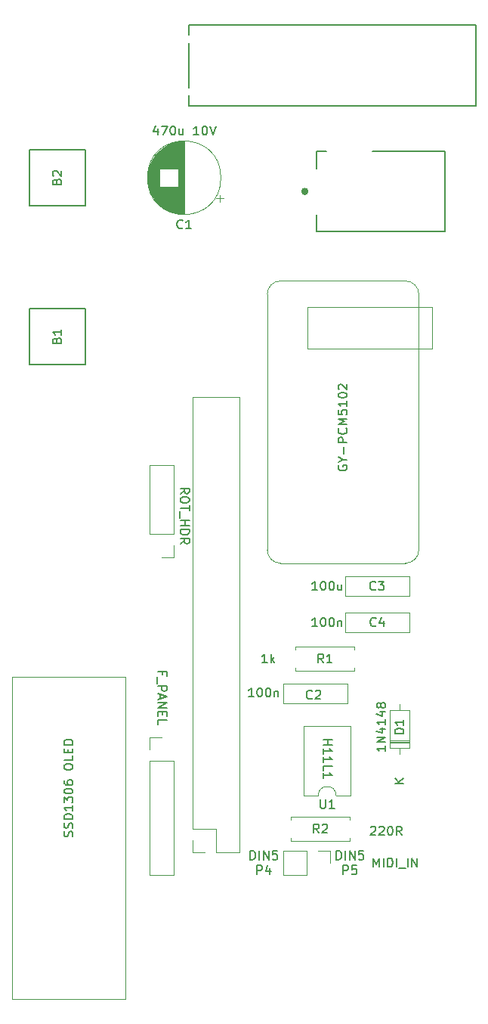
<source format=gto>
%TF.GenerationSoftware,KiCad,Pcbnew,5.99.0+really5.1.9+dfsg1-1*%
%TF.CreationDate,2021-05-08T23:27:45+10:00*%
%TF.ProjectId,minisynth32,6d696e69-7379-46e7-9468-33322e6b6963,1.0*%
%TF.SameCoordinates,Original*%
%TF.FileFunction,Legend,Top*%
%TF.FilePolarity,Positive*%
%FSLAX46Y46*%
G04 Gerber Fmt 4.6, Leading zero omitted, Abs format (unit mm)*
G04 Created by KiCad (PCBNEW 5.99.0+really5.1.9+dfsg1-1) date 2021-05-08 23:27:45*
%MOMM*%
%LPD*%
G01*
G04 APERTURE LIST*
%ADD10C,0.150000*%
%ADD11C,0.120000*%
%ADD12C,0.152400*%
%ADD13C,0.127000*%
%ADD14C,0.400000*%
G04 APERTURE END LIST*
D10*
X151662000Y-138819380D02*
X151662000Y-137819380D01*
X151900095Y-137819380D01*
X152042952Y-137867000D01*
X152138190Y-137962238D01*
X152185809Y-138057476D01*
X152233428Y-138247952D01*
X152233428Y-138390809D01*
X152185809Y-138581285D01*
X152138190Y-138676523D01*
X152042952Y-138771761D01*
X151900095Y-138819380D01*
X151662000Y-138819380D01*
X152662000Y-138819380D02*
X152662000Y-137819380D01*
X153138190Y-138819380D02*
X153138190Y-137819380D01*
X153709619Y-138819380D01*
X153709619Y-137819380D01*
X154662000Y-137819380D02*
X154185809Y-137819380D01*
X154138190Y-138295571D01*
X154185809Y-138247952D01*
X154281047Y-138200333D01*
X154519142Y-138200333D01*
X154614380Y-138247952D01*
X154662000Y-138295571D01*
X154709619Y-138390809D01*
X154709619Y-138628904D01*
X154662000Y-138724142D01*
X154614380Y-138771761D01*
X154519142Y-138819380D01*
X154281047Y-138819380D01*
X154185809Y-138771761D01*
X154138190Y-138724142D01*
X152423904Y-140469380D02*
X152423904Y-139469380D01*
X152804857Y-139469380D01*
X152900095Y-139517000D01*
X152947714Y-139564619D01*
X152995333Y-139659857D01*
X152995333Y-139802714D01*
X152947714Y-139897952D01*
X152900095Y-139945571D01*
X152804857Y-139993190D01*
X152423904Y-139993190D01*
X153900095Y-139469380D02*
X153423904Y-139469380D01*
X153376285Y-139945571D01*
X153423904Y-139897952D01*
X153519142Y-139850333D01*
X153757238Y-139850333D01*
X153852476Y-139897952D01*
X153900095Y-139945571D01*
X153947714Y-140040809D01*
X153947714Y-140278904D01*
X153900095Y-140374142D01*
X153852476Y-140421761D01*
X153757238Y-140469380D01*
X153519142Y-140469380D01*
X153423904Y-140421761D01*
X153376285Y-140374142D01*
X142010000Y-138819380D02*
X142010000Y-137819380D01*
X142248095Y-137819380D01*
X142390952Y-137867000D01*
X142486190Y-137962238D01*
X142533809Y-138057476D01*
X142581428Y-138247952D01*
X142581428Y-138390809D01*
X142533809Y-138581285D01*
X142486190Y-138676523D01*
X142390952Y-138771761D01*
X142248095Y-138819380D01*
X142010000Y-138819380D01*
X143010000Y-138819380D02*
X143010000Y-137819380D01*
X143486190Y-138819380D02*
X143486190Y-137819380D01*
X144057619Y-138819380D01*
X144057619Y-137819380D01*
X145010000Y-137819380D02*
X144533809Y-137819380D01*
X144486190Y-138295571D01*
X144533809Y-138247952D01*
X144629047Y-138200333D01*
X144867142Y-138200333D01*
X144962380Y-138247952D01*
X145010000Y-138295571D01*
X145057619Y-138390809D01*
X145057619Y-138628904D01*
X145010000Y-138724142D01*
X144962380Y-138771761D01*
X144867142Y-138819380D01*
X144629047Y-138819380D01*
X144533809Y-138771761D01*
X144486190Y-138724142D01*
X142771904Y-140469380D02*
X142771904Y-139469380D01*
X143152857Y-139469380D01*
X143248095Y-139517000D01*
X143295714Y-139564619D01*
X143343333Y-139659857D01*
X143343333Y-139802714D01*
X143295714Y-139897952D01*
X143248095Y-139945571D01*
X143152857Y-139993190D01*
X142771904Y-139993190D01*
X144200476Y-139802714D02*
X144200476Y-140469380D01*
X143962380Y-139421761D02*
X143724285Y-140136047D01*
X144343333Y-140136047D01*
D11*
%TO.C,J7*%
X115316000Y-154432000D02*
X128016000Y-154432000D01*
X115316000Y-154432000D02*
X115316000Y-118364000D01*
X115316000Y-118364000D02*
X128016000Y-118364000D01*
X128016000Y-118364000D02*
X128016000Y-154432000D01*
D12*
%TO.C,SW3*%
X123520200Y-65608200D02*
X123520200Y-59359800D01*
X123520200Y-59359800D02*
X117271800Y-59359800D01*
X117271800Y-59359800D02*
X117271800Y-65608200D01*
X117271800Y-65608200D02*
X123520200Y-65608200D01*
%TO.C,SW2*%
X167259000Y-54406800D02*
X167259000Y-45364400D01*
X167259000Y-45364400D02*
X135153400Y-45364400D01*
X135153400Y-45364400D02*
X135153400Y-46493316D01*
X135153400Y-54406800D02*
X167259000Y-54406800D01*
X135153400Y-53277884D02*
X135153400Y-54406800D01*
X135153400Y-47385084D02*
X135153400Y-52386116D01*
%TO.C,SW1*%
X123520200Y-83388200D02*
X123520200Y-77139800D01*
X123520200Y-77139800D02*
X117271800Y-77139800D01*
X117271800Y-77139800D02*
X117271800Y-83388200D01*
X117271800Y-83388200D02*
X123520200Y-83388200D01*
D11*
%TO.C,J5*%
X145736000Y-137862000D02*
X145736000Y-140522000D01*
X148336000Y-137862000D02*
X145736000Y-137862000D01*
X148336000Y-140522000D02*
X145736000Y-140522000D01*
X148336000Y-137862000D02*
X148336000Y-140522000D01*
X149606000Y-137862000D02*
X150936000Y-137862000D01*
X150936000Y-137862000D02*
X150936000Y-139192000D01*
%TO.C,J4*%
X133410000Y-94682000D02*
X130750000Y-94682000D01*
X133410000Y-102362000D02*
X133410000Y-94682000D01*
X130750000Y-102362000D02*
X130750000Y-94682000D01*
X133410000Y-102362000D02*
X130750000Y-102362000D01*
X133410000Y-103632000D02*
X133410000Y-104962000D01*
X133410000Y-104962000D02*
X132080000Y-104962000D01*
D13*
%TO.C,J3*%
X163814000Y-59508000D02*
X163814000Y-68508000D01*
X163814000Y-68508000D02*
X149414000Y-68508000D01*
X149414000Y-59508000D02*
X150564000Y-59508000D01*
X149414000Y-68508000D02*
X149414000Y-66658000D01*
X155664000Y-59508000D02*
X163814000Y-59508000D01*
X149414000Y-61458000D02*
X149414000Y-59508000D01*
D14*
X148314000Y-64008000D02*
G75*
G03*
X148314000Y-64008000I-200000J0D01*
G01*
D11*
%TO.C,J1*%
X130750000Y-140522000D02*
X133410000Y-140522000D01*
X130750000Y-127762000D02*
X130750000Y-140522000D01*
X133410000Y-127762000D02*
X133410000Y-140522000D01*
X130750000Y-127762000D02*
X133410000Y-127762000D01*
X130750000Y-126492000D02*
X130750000Y-125162000D01*
X130750000Y-125162000D02*
X132080000Y-125162000D01*
%TO.C,A1*%
X148400000Y-76935000D02*
X162400000Y-76935000D01*
X148400000Y-81635000D02*
X148400000Y-76935000D01*
X162400000Y-81635000D02*
X148400000Y-81635000D01*
X162400000Y-76935000D02*
X162400000Y-81635000D01*
X159400000Y-74035000D02*
X145400000Y-74035000D01*
X160900000Y-104135000D02*
X160900000Y-75535000D01*
X145400000Y-105635000D02*
X159400000Y-105635000D01*
X143900000Y-75535000D02*
X143900000Y-104135000D01*
X145400000Y-105635000D02*
G75*
G02*
X143900000Y-104135000I0J1500000D01*
G01*
X160900000Y-104135000D02*
G75*
G02*
X159400000Y-105635000I-1500000J0D01*
G01*
X159400000Y-74035000D02*
G75*
G02*
X160900000Y-75535000I0J-1500000D01*
G01*
X143900000Y-75535000D02*
G75*
G02*
X145400000Y-74035000I1500000J0D01*
G01*
%TO.C,U1*%
X147972000Y-131632000D02*
X149622000Y-131632000D01*
X147972000Y-123892000D02*
X147972000Y-131632000D01*
X153272000Y-123892000D02*
X147972000Y-123892000D01*
X153272000Y-131632000D02*
X153272000Y-123892000D01*
X151622000Y-131632000D02*
X153272000Y-131632000D01*
X149622000Y-131632000D02*
G75*
G02*
X151622000Y-131632000I1000000J0D01*
G01*
%TO.C,R2*%
X153130000Y-136752000D02*
X153130000Y-136422000D01*
X146590000Y-136752000D02*
X153130000Y-136752000D01*
X146590000Y-136422000D02*
X146590000Y-136752000D01*
X153130000Y-134012000D02*
X153130000Y-134342000D01*
X146590000Y-134012000D02*
X153130000Y-134012000D01*
X146590000Y-134342000D02*
X146590000Y-134012000D01*
%TO.C,R1*%
X153638000Y-117702000D02*
X153638000Y-117372000D01*
X147098000Y-117702000D02*
X153638000Y-117702000D01*
X147098000Y-117372000D02*
X147098000Y-117702000D01*
X153638000Y-114962000D02*
X153638000Y-115292000D01*
X147098000Y-114962000D02*
X153638000Y-114962000D01*
X147098000Y-115292000D02*
X147098000Y-114962000D01*
%TO.C,J2*%
X136906000Y-137982000D02*
X135576000Y-137982000D01*
X135576000Y-137982000D02*
X135576000Y-136652000D01*
X138176000Y-137982000D02*
X138176000Y-135382000D01*
X138176000Y-135382000D02*
X135576000Y-135382000D01*
X135576000Y-135382000D02*
X135576000Y-87062000D01*
X140776000Y-87062000D02*
X135576000Y-87062000D01*
X140776000Y-137982000D02*
X140776000Y-87062000D01*
X140776000Y-137982000D02*
X138176000Y-137982000D01*
%TO.C,D1*%
X157630000Y-125726000D02*
X159870000Y-125726000D01*
X157630000Y-125486000D02*
X159870000Y-125486000D01*
X157630000Y-125606000D02*
X159870000Y-125606000D01*
X158750000Y-121436000D02*
X158750000Y-122086000D01*
X158750000Y-126976000D02*
X158750000Y-126326000D01*
X157630000Y-122086000D02*
X157630000Y-126326000D01*
X159870000Y-122086000D02*
X157630000Y-122086000D01*
X159870000Y-126326000D02*
X159870000Y-122086000D01*
X157630000Y-126326000D02*
X159870000Y-126326000D01*
%TO.C,C4*%
X152630000Y-113388000D02*
X152630000Y-111148000D01*
X159870000Y-113388000D02*
X159870000Y-111148000D01*
X159870000Y-111148000D02*
X152630000Y-111148000D01*
X159870000Y-113388000D02*
X152630000Y-113388000D01*
%TO.C,C3*%
X152630000Y-109324000D02*
X152630000Y-107084000D01*
X159870000Y-109324000D02*
X159870000Y-107084000D01*
X159870000Y-107084000D02*
X152630000Y-107084000D01*
X159870000Y-109324000D02*
X152630000Y-109324000D01*
%TO.C,C2*%
X152932000Y-119102000D02*
X152932000Y-121342000D01*
X145692000Y-119102000D02*
X145692000Y-121342000D01*
X145692000Y-121342000D02*
X152932000Y-121342000D01*
X145692000Y-119102000D02*
X152932000Y-119102000D01*
%TO.C,C1*%
X138601698Y-65199000D02*
X138601698Y-64399000D01*
X139001698Y-64799000D02*
X138201698Y-64799000D01*
X130511000Y-63017000D02*
X130511000Y-61951000D01*
X130551000Y-63252000D02*
X130551000Y-61716000D01*
X130591000Y-63432000D02*
X130591000Y-61536000D01*
X130631000Y-63582000D02*
X130631000Y-61386000D01*
X130671000Y-63713000D02*
X130671000Y-61255000D01*
X130711000Y-63830000D02*
X130711000Y-61138000D01*
X130751000Y-63937000D02*
X130751000Y-61031000D01*
X130791000Y-64036000D02*
X130791000Y-60932000D01*
X130831000Y-64129000D02*
X130831000Y-60839000D01*
X130871000Y-64215000D02*
X130871000Y-60753000D01*
X130911000Y-64297000D02*
X130911000Y-60671000D01*
X130951000Y-64374000D02*
X130951000Y-60594000D01*
X130991000Y-64448000D02*
X130991000Y-60520000D01*
X131031000Y-64518000D02*
X131031000Y-60450000D01*
X131071000Y-64586000D02*
X131071000Y-60382000D01*
X131111000Y-64650000D02*
X131111000Y-60318000D01*
X131151000Y-64712000D02*
X131151000Y-60256000D01*
X131191000Y-64771000D02*
X131191000Y-60197000D01*
X131231000Y-64829000D02*
X131231000Y-60139000D01*
X131271000Y-64884000D02*
X131271000Y-60084000D01*
X131311000Y-64938000D02*
X131311000Y-60030000D01*
X131351000Y-64989000D02*
X131351000Y-59979000D01*
X131391000Y-65040000D02*
X131391000Y-59928000D01*
X131431000Y-65088000D02*
X131431000Y-59880000D01*
X131471000Y-65135000D02*
X131471000Y-59833000D01*
X131511000Y-65181000D02*
X131511000Y-59787000D01*
X131551000Y-65225000D02*
X131551000Y-59743000D01*
X131591000Y-65268000D02*
X131591000Y-59700000D01*
X131631000Y-65310000D02*
X131631000Y-59658000D01*
X131671000Y-65351000D02*
X131671000Y-59617000D01*
X131711000Y-65391000D02*
X131711000Y-59577000D01*
X131751000Y-65429000D02*
X131751000Y-59539000D01*
X131791000Y-65467000D02*
X131791000Y-59501000D01*
X131831000Y-61444000D02*
X131831000Y-59465000D01*
X131831000Y-65503000D02*
X131831000Y-63524000D01*
X131871000Y-61444000D02*
X131871000Y-59429000D01*
X131871000Y-65539000D02*
X131871000Y-63524000D01*
X131911000Y-61444000D02*
X131911000Y-59394000D01*
X131911000Y-65574000D02*
X131911000Y-63524000D01*
X131951000Y-61444000D02*
X131951000Y-59360000D01*
X131951000Y-65608000D02*
X131951000Y-63524000D01*
X131991000Y-61444000D02*
X131991000Y-59328000D01*
X131991000Y-65640000D02*
X131991000Y-63524000D01*
X132031000Y-61444000D02*
X132031000Y-59295000D01*
X132031000Y-65673000D02*
X132031000Y-63524000D01*
X132071000Y-61444000D02*
X132071000Y-59264000D01*
X132071000Y-65704000D02*
X132071000Y-63524000D01*
X132111000Y-61444000D02*
X132111000Y-59234000D01*
X132111000Y-65734000D02*
X132111000Y-63524000D01*
X132151000Y-61444000D02*
X132151000Y-59204000D01*
X132151000Y-65764000D02*
X132151000Y-63524000D01*
X132191000Y-61444000D02*
X132191000Y-59175000D01*
X132191000Y-65793000D02*
X132191000Y-63524000D01*
X132231000Y-61444000D02*
X132231000Y-59146000D01*
X132231000Y-65822000D02*
X132231000Y-63524000D01*
X132271000Y-61444000D02*
X132271000Y-59119000D01*
X132271000Y-65849000D02*
X132271000Y-63524000D01*
X132311000Y-61444000D02*
X132311000Y-59092000D01*
X132311000Y-65876000D02*
X132311000Y-63524000D01*
X132351000Y-61444000D02*
X132351000Y-59066000D01*
X132351000Y-65902000D02*
X132351000Y-63524000D01*
X132391000Y-61444000D02*
X132391000Y-59040000D01*
X132391000Y-65928000D02*
X132391000Y-63524000D01*
X132431000Y-61444000D02*
X132431000Y-59015000D01*
X132431000Y-65953000D02*
X132431000Y-63524000D01*
X132471000Y-61444000D02*
X132471000Y-58991000D01*
X132471000Y-65977000D02*
X132471000Y-63524000D01*
X132511000Y-61444000D02*
X132511000Y-58967000D01*
X132511000Y-66001000D02*
X132511000Y-63524000D01*
X132551000Y-61444000D02*
X132551000Y-58944000D01*
X132551000Y-66024000D02*
X132551000Y-63524000D01*
X132591000Y-61444000D02*
X132591000Y-58922000D01*
X132591000Y-66046000D02*
X132591000Y-63524000D01*
X132631000Y-61444000D02*
X132631000Y-58900000D01*
X132631000Y-66068000D02*
X132631000Y-63524000D01*
X132671000Y-61444000D02*
X132671000Y-58878000D01*
X132671000Y-66090000D02*
X132671000Y-63524000D01*
X132711000Y-61444000D02*
X132711000Y-58857000D01*
X132711000Y-66111000D02*
X132711000Y-63524000D01*
X132751000Y-61444000D02*
X132751000Y-58837000D01*
X132751000Y-66131000D02*
X132751000Y-63524000D01*
X132791000Y-61444000D02*
X132791000Y-58818000D01*
X132791000Y-66150000D02*
X132791000Y-63524000D01*
X132831000Y-61444000D02*
X132831000Y-58798000D01*
X132831000Y-66170000D02*
X132831000Y-63524000D01*
X132871000Y-61444000D02*
X132871000Y-58780000D01*
X132871000Y-66188000D02*
X132871000Y-63524000D01*
X132911000Y-61444000D02*
X132911000Y-58762000D01*
X132911000Y-66206000D02*
X132911000Y-63524000D01*
X132951000Y-61444000D02*
X132951000Y-58744000D01*
X132951000Y-66224000D02*
X132951000Y-63524000D01*
X132991000Y-61444000D02*
X132991000Y-58727000D01*
X132991000Y-66241000D02*
X132991000Y-63524000D01*
X133031000Y-61444000D02*
X133031000Y-58710000D01*
X133031000Y-66258000D02*
X133031000Y-63524000D01*
X133071000Y-61444000D02*
X133071000Y-58694000D01*
X133071000Y-66274000D02*
X133071000Y-63524000D01*
X133111000Y-61444000D02*
X133111000Y-58679000D01*
X133111000Y-66289000D02*
X133111000Y-63524000D01*
X133151000Y-61444000D02*
X133151000Y-58663000D01*
X133151000Y-66305000D02*
X133151000Y-63524000D01*
X133191000Y-61444000D02*
X133191000Y-58649000D01*
X133191000Y-66319000D02*
X133191000Y-63524000D01*
X133231000Y-61444000D02*
X133231000Y-58634000D01*
X133231000Y-66334000D02*
X133231000Y-63524000D01*
X133271000Y-61444000D02*
X133271000Y-58621000D01*
X133271000Y-66347000D02*
X133271000Y-63524000D01*
X133311000Y-61444000D02*
X133311000Y-58607000D01*
X133311000Y-66361000D02*
X133311000Y-63524000D01*
X133351000Y-61444000D02*
X133351000Y-58595000D01*
X133351000Y-66373000D02*
X133351000Y-63524000D01*
X133391000Y-61444000D02*
X133391000Y-58582000D01*
X133391000Y-66386000D02*
X133391000Y-63524000D01*
X133431000Y-61444000D02*
X133431000Y-58570000D01*
X133431000Y-66398000D02*
X133431000Y-63524000D01*
X133471000Y-61444000D02*
X133471000Y-58559000D01*
X133471000Y-66409000D02*
X133471000Y-63524000D01*
X133511000Y-61444000D02*
X133511000Y-58548000D01*
X133511000Y-66420000D02*
X133511000Y-63524000D01*
X133551000Y-61444000D02*
X133551000Y-58537000D01*
X133551000Y-66431000D02*
X133551000Y-63524000D01*
X133591000Y-61444000D02*
X133591000Y-58527000D01*
X133591000Y-66441000D02*
X133591000Y-63524000D01*
X133631000Y-61444000D02*
X133631000Y-58517000D01*
X133631000Y-66451000D02*
X133631000Y-63524000D01*
X133671000Y-61444000D02*
X133671000Y-58508000D01*
X133671000Y-66460000D02*
X133671000Y-63524000D01*
X133711000Y-61444000D02*
X133711000Y-58499000D01*
X133711000Y-66469000D02*
X133711000Y-63524000D01*
X133751000Y-61444000D02*
X133751000Y-58490000D01*
X133751000Y-66478000D02*
X133751000Y-63524000D01*
X133791000Y-61444000D02*
X133791000Y-58482000D01*
X133791000Y-66486000D02*
X133791000Y-63524000D01*
X133831000Y-61444000D02*
X133831000Y-58474000D01*
X133831000Y-66494000D02*
X133831000Y-63524000D01*
X133871000Y-61444000D02*
X133871000Y-58467000D01*
X133871000Y-66501000D02*
X133871000Y-63524000D01*
X133912000Y-66508000D02*
X133912000Y-58460000D01*
X133952000Y-66514000D02*
X133952000Y-58454000D01*
X133992000Y-66521000D02*
X133992000Y-58447000D01*
X134032000Y-66526000D02*
X134032000Y-58442000D01*
X134072000Y-66532000D02*
X134072000Y-58436000D01*
X134112000Y-66536000D02*
X134112000Y-58432000D01*
X134152000Y-66541000D02*
X134152000Y-58427000D01*
X134192000Y-66545000D02*
X134192000Y-58423000D01*
X134232000Y-66549000D02*
X134232000Y-58419000D01*
X134272000Y-66552000D02*
X134272000Y-58416000D01*
X134312000Y-66555000D02*
X134312000Y-58413000D01*
X134352000Y-66558000D02*
X134352000Y-58410000D01*
X134392000Y-66560000D02*
X134392000Y-58408000D01*
X134432000Y-66561000D02*
X134432000Y-58407000D01*
X134472000Y-66563000D02*
X134472000Y-58405000D01*
X134512000Y-66564000D02*
X134512000Y-58404000D01*
X134552000Y-66564000D02*
X134552000Y-58404000D01*
X134592000Y-66564000D02*
X134592000Y-58404000D01*
X138712000Y-62484000D02*
G75*
G03*
X138712000Y-62484000I-4120000J0D01*
G01*
%TO.C,J7*%
D10*
X122070761Y-136238571D02*
X122118380Y-136095714D01*
X122118380Y-135857619D01*
X122070761Y-135762380D01*
X122023142Y-135714761D01*
X121927904Y-135667142D01*
X121832666Y-135667142D01*
X121737428Y-135714761D01*
X121689809Y-135762380D01*
X121642190Y-135857619D01*
X121594571Y-136048095D01*
X121546952Y-136143333D01*
X121499333Y-136190952D01*
X121404095Y-136238571D01*
X121308857Y-136238571D01*
X121213619Y-136190952D01*
X121166000Y-136143333D01*
X121118380Y-136048095D01*
X121118380Y-135810000D01*
X121166000Y-135667142D01*
X122070761Y-135286190D02*
X122118380Y-135143333D01*
X122118380Y-134905238D01*
X122070761Y-134810000D01*
X122023142Y-134762380D01*
X121927904Y-134714761D01*
X121832666Y-134714761D01*
X121737428Y-134762380D01*
X121689809Y-134810000D01*
X121642190Y-134905238D01*
X121594571Y-135095714D01*
X121546952Y-135190952D01*
X121499333Y-135238571D01*
X121404095Y-135286190D01*
X121308857Y-135286190D01*
X121213619Y-135238571D01*
X121166000Y-135190952D01*
X121118380Y-135095714D01*
X121118380Y-134857619D01*
X121166000Y-134714761D01*
X122118380Y-134286190D02*
X121118380Y-134286190D01*
X121118380Y-134048095D01*
X121166000Y-133905238D01*
X121261238Y-133810000D01*
X121356476Y-133762380D01*
X121546952Y-133714761D01*
X121689809Y-133714761D01*
X121880285Y-133762380D01*
X121975523Y-133810000D01*
X122070761Y-133905238D01*
X122118380Y-134048095D01*
X122118380Y-134286190D01*
X122118380Y-132762380D02*
X122118380Y-133333809D01*
X122118380Y-133048095D02*
X121118380Y-133048095D01*
X121261238Y-133143333D01*
X121356476Y-133238571D01*
X121404095Y-133333809D01*
X121118380Y-132429047D02*
X121118380Y-131810000D01*
X121499333Y-132143333D01*
X121499333Y-132000476D01*
X121546952Y-131905238D01*
X121594571Y-131857619D01*
X121689809Y-131810000D01*
X121927904Y-131810000D01*
X122023142Y-131857619D01*
X122070761Y-131905238D01*
X122118380Y-132000476D01*
X122118380Y-132286190D01*
X122070761Y-132381428D01*
X122023142Y-132429047D01*
X121118380Y-131190952D02*
X121118380Y-131095714D01*
X121166000Y-131000476D01*
X121213619Y-130952857D01*
X121308857Y-130905238D01*
X121499333Y-130857619D01*
X121737428Y-130857619D01*
X121927904Y-130905238D01*
X122023142Y-130952857D01*
X122070761Y-131000476D01*
X122118380Y-131095714D01*
X122118380Y-131190952D01*
X122070761Y-131286190D01*
X122023142Y-131333809D01*
X121927904Y-131381428D01*
X121737428Y-131429047D01*
X121499333Y-131429047D01*
X121308857Y-131381428D01*
X121213619Y-131333809D01*
X121166000Y-131286190D01*
X121118380Y-131190952D01*
X121118380Y-130000476D02*
X121118380Y-130190952D01*
X121166000Y-130286190D01*
X121213619Y-130333809D01*
X121356476Y-130429047D01*
X121546952Y-130476666D01*
X121927904Y-130476666D01*
X122023142Y-130429047D01*
X122070761Y-130381428D01*
X122118380Y-130286190D01*
X122118380Y-130095714D01*
X122070761Y-130000476D01*
X122023142Y-129952857D01*
X121927904Y-129905238D01*
X121689809Y-129905238D01*
X121594571Y-129952857D01*
X121546952Y-130000476D01*
X121499333Y-130095714D01*
X121499333Y-130286190D01*
X121546952Y-130381428D01*
X121594571Y-130429047D01*
X121689809Y-130476666D01*
X121118380Y-128524285D02*
X121118380Y-128333809D01*
X121166000Y-128238571D01*
X121261238Y-128143333D01*
X121451714Y-128095714D01*
X121785047Y-128095714D01*
X121975523Y-128143333D01*
X122070761Y-128238571D01*
X122118380Y-128333809D01*
X122118380Y-128524285D01*
X122070761Y-128619523D01*
X121975523Y-128714761D01*
X121785047Y-128762380D01*
X121451714Y-128762380D01*
X121261238Y-128714761D01*
X121166000Y-128619523D01*
X121118380Y-128524285D01*
X122118380Y-127190952D02*
X122118380Y-127667142D01*
X121118380Y-127667142D01*
X121594571Y-126857619D02*
X121594571Y-126524285D01*
X122118380Y-126381428D02*
X122118380Y-126857619D01*
X121118380Y-126857619D01*
X121118380Y-126381428D01*
X122118380Y-125952857D02*
X121118380Y-125952857D01*
X121118380Y-125714761D01*
X121166000Y-125571904D01*
X121261238Y-125476666D01*
X121356476Y-125429047D01*
X121546952Y-125381428D01*
X121689809Y-125381428D01*
X121880285Y-125429047D01*
X121975523Y-125476666D01*
X122070761Y-125571904D01*
X122118380Y-125714761D01*
X122118380Y-125952857D01*
%TO.C,SW3*%
X120324571Y-62888761D02*
X120372190Y-62745904D01*
X120419809Y-62698285D01*
X120515047Y-62650666D01*
X120657904Y-62650666D01*
X120753142Y-62698285D01*
X120800761Y-62745904D01*
X120848380Y-62841142D01*
X120848380Y-63222095D01*
X119848380Y-63222095D01*
X119848380Y-62888761D01*
X119896000Y-62793523D01*
X119943619Y-62745904D01*
X120038857Y-62698285D01*
X120134095Y-62698285D01*
X120229333Y-62745904D01*
X120276952Y-62793523D01*
X120324571Y-62888761D01*
X120324571Y-63222095D01*
X119943619Y-62269714D02*
X119896000Y-62222095D01*
X119848380Y-62126857D01*
X119848380Y-61888761D01*
X119896000Y-61793523D01*
X119943619Y-61745904D01*
X120038857Y-61698285D01*
X120134095Y-61698285D01*
X120276952Y-61745904D01*
X120848380Y-62317333D01*
X120848380Y-61698285D01*
%TO.C,SW1*%
X120324571Y-80668761D02*
X120372190Y-80525904D01*
X120419809Y-80478285D01*
X120515047Y-80430666D01*
X120657904Y-80430666D01*
X120753142Y-80478285D01*
X120800761Y-80525904D01*
X120848380Y-80621142D01*
X120848380Y-81002095D01*
X119848380Y-81002095D01*
X119848380Y-80668761D01*
X119896000Y-80573523D01*
X119943619Y-80525904D01*
X120038857Y-80478285D01*
X120134095Y-80478285D01*
X120229333Y-80525904D01*
X120276952Y-80573523D01*
X120324571Y-80668761D01*
X120324571Y-81002095D01*
X120848380Y-79478285D02*
X120848380Y-80049714D01*
X120848380Y-79764000D02*
X119848380Y-79764000D01*
X119991238Y-79859238D01*
X120086476Y-79954476D01*
X120134095Y-80049714D01*
%TO.C,J5*%
X155789619Y-139644380D02*
X155789619Y-138644380D01*
X156122952Y-139358666D01*
X156456285Y-138644380D01*
X156456285Y-139644380D01*
X156932476Y-139644380D02*
X156932476Y-138644380D01*
X157408666Y-139644380D02*
X157408666Y-138644380D01*
X157646761Y-138644380D01*
X157789619Y-138692000D01*
X157884857Y-138787238D01*
X157932476Y-138882476D01*
X157980095Y-139072952D01*
X157980095Y-139215809D01*
X157932476Y-139406285D01*
X157884857Y-139501523D01*
X157789619Y-139596761D01*
X157646761Y-139644380D01*
X157408666Y-139644380D01*
X158408666Y-139644380D02*
X158408666Y-138644380D01*
X158646761Y-139739619D02*
X159408666Y-139739619D01*
X159646761Y-139644380D02*
X159646761Y-138644380D01*
X160122952Y-139644380D02*
X160122952Y-138644380D01*
X160694380Y-139644380D01*
X160694380Y-138644380D01*
%TO.C,J4*%
X134167619Y-97830000D02*
X134643809Y-97496666D01*
X134167619Y-97258571D02*
X135167619Y-97258571D01*
X135167619Y-97639523D01*
X135120000Y-97734761D01*
X135072380Y-97782380D01*
X134977142Y-97830000D01*
X134834285Y-97830000D01*
X134739047Y-97782380D01*
X134691428Y-97734761D01*
X134643809Y-97639523D01*
X134643809Y-97258571D01*
X135167619Y-98449047D02*
X135167619Y-98639523D01*
X135120000Y-98734761D01*
X135024761Y-98830000D01*
X134834285Y-98877619D01*
X134500952Y-98877619D01*
X134310476Y-98830000D01*
X134215238Y-98734761D01*
X134167619Y-98639523D01*
X134167619Y-98449047D01*
X134215238Y-98353809D01*
X134310476Y-98258571D01*
X134500952Y-98210952D01*
X134834285Y-98210952D01*
X135024761Y-98258571D01*
X135120000Y-98353809D01*
X135167619Y-98449047D01*
X135167619Y-99163333D02*
X135167619Y-99734761D01*
X134167619Y-99449047D02*
X135167619Y-99449047D01*
X134072380Y-99830000D02*
X134072380Y-100591904D01*
X134167619Y-100830000D02*
X135167619Y-100830000D01*
X134691428Y-100830000D02*
X134691428Y-101401428D01*
X134167619Y-101401428D02*
X135167619Y-101401428D01*
X134167619Y-101877619D02*
X135167619Y-101877619D01*
X135167619Y-102115714D01*
X135120000Y-102258571D01*
X135024761Y-102353809D01*
X134929523Y-102401428D01*
X134739047Y-102449047D01*
X134596190Y-102449047D01*
X134405714Y-102401428D01*
X134310476Y-102353809D01*
X134215238Y-102258571D01*
X134167619Y-102115714D01*
X134167619Y-101877619D01*
X134167619Y-103449047D02*
X134643809Y-103115714D01*
X134167619Y-102877619D02*
X135167619Y-102877619D01*
X135167619Y-103258571D01*
X135120000Y-103353809D01*
X135072380Y-103401428D01*
X134977142Y-103449047D01*
X134834285Y-103449047D01*
X134739047Y-103401428D01*
X134691428Y-103353809D01*
X134643809Y-103258571D01*
X134643809Y-102877619D01*
%TO.C,J1*%
X132151428Y-118102380D02*
X132151428Y-117769047D01*
X131627619Y-117769047D02*
X132627619Y-117769047D01*
X132627619Y-118245238D01*
X131532380Y-118388095D02*
X131532380Y-119150000D01*
X131627619Y-119388095D02*
X132627619Y-119388095D01*
X132627619Y-119769047D01*
X132580000Y-119864285D01*
X132532380Y-119911904D01*
X132437142Y-119959523D01*
X132294285Y-119959523D01*
X132199047Y-119911904D01*
X132151428Y-119864285D01*
X132103809Y-119769047D01*
X132103809Y-119388095D01*
X131913333Y-120340476D02*
X131913333Y-120816666D01*
X131627619Y-120245238D02*
X132627619Y-120578571D01*
X131627619Y-120911904D01*
X131627619Y-121245238D02*
X132627619Y-121245238D01*
X131627619Y-121816666D01*
X132627619Y-121816666D01*
X132151428Y-122292857D02*
X132151428Y-122626190D01*
X131627619Y-122769047D02*
X131627619Y-122292857D01*
X132627619Y-122292857D01*
X132627619Y-122769047D01*
X131627619Y-123673809D02*
X131627619Y-123197619D01*
X132627619Y-123197619D01*
%TO.C,A1*%
X151900000Y-94685904D02*
X151852380Y-94781142D01*
X151852380Y-94924000D01*
X151900000Y-95066857D01*
X151995238Y-95162095D01*
X152090476Y-95209714D01*
X152280952Y-95257333D01*
X152423809Y-95257333D01*
X152614285Y-95209714D01*
X152709523Y-95162095D01*
X152804761Y-95066857D01*
X152852380Y-94924000D01*
X152852380Y-94828761D01*
X152804761Y-94685904D01*
X152757142Y-94638285D01*
X152423809Y-94638285D01*
X152423809Y-94828761D01*
X152376190Y-94019238D02*
X152852380Y-94019238D01*
X151852380Y-94352571D02*
X152376190Y-94019238D01*
X151852380Y-93685904D01*
X152471428Y-93352571D02*
X152471428Y-92590666D01*
X152852380Y-92114476D02*
X151852380Y-92114476D01*
X151852380Y-91733523D01*
X151900000Y-91638285D01*
X151947619Y-91590666D01*
X152042857Y-91543047D01*
X152185714Y-91543047D01*
X152280952Y-91590666D01*
X152328571Y-91638285D01*
X152376190Y-91733523D01*
X152376190Y-92114476D01*
X152757142Y-90543047D02*
X152804761Y-90590666D01*
X152852380Y-90733523D01*
X152852380Y-90828761D01*
X152804761Y-90971619D01*
X152709523Y-91066857D01*
X152614285Y-91114476D01*
X152423809Y-91162095D01*
X152280952Y-91162095D01*
X152090476Y-91114476D01*
X151995238Y-91066857D01*
X151900000Y-90971619D01*
X151852380Y-90828761D01*
X151852380Y-90733523D01*
X151900000Y-90590666D01*
X151947619Y-90543047D01*
X152852380Y-90114476D02*
X151852380Y-90114476D01*
X152566666Y-89781142D01*
X151852380Y-89447809D01*
X152852380Y-89447809D01*
X151852380Y-88495428D02*
X151852380Y-88971619D01*
X152328571Y-89019238D01*
X152280952Y-88971619D01*
X152233333Y-88876380D01*
X152233333Y-88638285D01*
X152280952Y-88543047D01*
X152328571Y-88495428D01*
X152423809Y-88447809D01*
X152661904Y-88447809D01*
X152757142Y-88495428D01*
X152804761Y-88543047D01*
X152852380Y-88638285D01*
X152852380Y-88876380D01*
X152804761Y-88971619D01*
X152757142Y-89019238D01*
X152852380Y-87495428D02*
X152852380Y-88066857D01*
X152852380Y-87781142D02*
X151852380Y-87781142D01*
X151995238Y-87876380D01*
X152090476Y-87971619D01*
X152138095Y-88066857D01*
X151852380Y-86876380D02*
X151852380Y-86781142D01*
X151900000Y-86685904D01*
X151947619Y-86638285D01*
X152042857Y-86590666D01*
X152233333Y-86543047D01*
X152471428Y-86543047D01*
X152661904Y-86590666D01*
X152757142Y-86638285D01*
X152804761Y-86685904D01*
X152852380Y-86781142D01*
X152852380Y-86876380D01*
X152804761Y-86971619D01*
X152757142Y-87019238D01*
X152661904Y-87066857D01*
X152471428Y-87114476D01*
X152233333Y-87114476D01*
X152042857Y-87066857D01*
X151947619Y-87019238D01*
X151900000Y-86971619D01*
X151852380Y-86876380D01*
X151947619Y-86162095D02*
X151900000Y-86114476D01*
X151852380Y-86019238D01*
X151852380Y-85781142D01*
X151900000Y-85685904D01*
X151947619Y-85638285D01*
X152042857Y-85590666D01*
X152138095Y-85590666D01*
X152280952Y-85638285D01*
X152852380Y-86209714D01*
X152852380Y-85590666D01*
%TO.C,U1*%
X149860095Y-132084380D02*
X149860095Y-132893904D01*
X149907714Y-132989142D01*
X149955333Y-133036761D01*
X150050571Y-133084380D01*
X150241047Y-133084380D01*
X150336285Y-133036761D01*
X150383904Y-132989142D01*
X150431523Y-132893904D01*
X150431523Y-132084380D01*
X151431523Y-133084380D02*
X150860095Y-133084380D01*
X151145809Y-133084380D02*
X151145809Y-132084380D01*
X151050571Y-132227238D01*
X150955333Y-132322476D01*
X150860095Y-132370095D01*
X150169619Y-125388952D02*
X151169619Y-125388952D01*
X150693428Y-125388952D02*
X150693428Y-125960380D01*
X150169619Y-125960380D02*
X151169619Y-125960380D01*
X150169619Y-126960380D02*
X150169619Y-126388952D01*
X150169619Y-126674666D02*
X151169619Y-126674666D01*
X151026761Y-126579428D01*
X150931523Y-126484190D01*
X150883904Y-126388952D01*
X150169619Y-127912761D02*
X150169619Y-127341333D01*
X150169619Y-127627047D02*
X151169619Y-127627047D01*
X151026761Y-127531809D01*
X150931523Y-127436571D01*
X150883904Y-127341333D01*
X150169619Y-128817523D02*
X150169619Y-128341333D01*
X151169619Y-128341333D01*
X150169619Y-129674666D02*
X150169619Y-129103238D01*
X150169619Y-129388952D02*
X151169619Y-129388952D01*
X151026761Y-129293714D01*
X150931523Y-129198476D01*
X150883904Y-129103238D01*
%TO.C,R2*%
X149693333Y-135834380D02*
X149360000Y-135358190D01*
X149121904Y-135834380D02*
X149121904Y-134834380D01*
X149502857Y-134834380D01*
X149598095Y-134882000D01*
X149645714Y-134929619D01*
X149693333Y-135024857D01*
X149693333Y-135167714D01*
X149645714Y-135262952D01*
X149598095Y-135310571D01*
X149502857Y-135358190D01*
X149121904Y-135358190D01*
X150074285Y-134929619D02*
X150121904Y-134882000D01*
X150217142Y-134834380D01*
X150455238Y-134834380D01*
X150550476Y-134882000D01*
X150598095Y-134929619D01*
X150645714Y-135024857D01*
X150645714Y-135120095D01*
X150598095Y-135262952D01*
X150026666Y-135834380D01*
X150645714Y-135834380D01*
X155487904Y-135183619D02*
X155535523Y-135136000D01*
X155630761Y-135088380D01*
X155868857Y-135088380D01*
X155964095Y-135136000D01*
X156011714Y-135183619D01*
X156059333Y-135278857D01*
X156059333Y-135374095D01*
X156011714Y-135516952D01*
X155440285Y-136088380D01*
X156059333Y-136088380D01*
X156440285Y-135183619D02*
X156487904Y-135136000D01*
X156583142Y-135088380D01*
X156821238Y-135088380D01*
X156916476Y-135136000D01*
X156964095Y-135183619D01*
X157011714Y-135278857D01*
X157011714Y-135374095D01*
X156964095Y-135516952D01*
X156392666Y-136088380D01*
X157011714Y-136088380D01*
X157630761Y-135088380D02*
X157726000Y-135088380D01*
X157821238Y-135136000D01*
X157868857Y-135183619D01*
X157916476Y-135278857D01*
X157964095Y-135469333D01*
X157964095Y-135707428D01*
X157916476Y-135897904D01*
X157868857Y-135993142D01*
X157821238Y-136040761D01*
X157726000Y-136088380D01*
X157630761Y-136088380D01*
X157535523Y-136040761D01*
X157487904Y-135993142D01*
X157440285Y-135897904D01*
X157392666Y-135707428D01*
X157392666Y-135469333D01*
X157440285Y-135278857D01*
X157487904Y-135183619D01*
X157535523Y-135136000D01*
X157630761Y-135088380D01*
X158964095Y-136088380D02*
X158630761Y-135612190D01*
X158392666Y-136088380D02*
X158392666Y-135088380D01*
X158773619Y-135088380D01*
X158868857Y-135136000D01*
X158916476Y-135183619D01*
X158964095Y-135278857D01*
X158964095Y-135421714D01*
X158916476Y-135516952D01*
X158868857Y-135564571D01*
X158773619Y-135612190D01*
X158392666Y-135612190D01*
%TO.C,R1*%
X150201333Y-116784380D02*
X149868000Y-116308190D01*
X149629904Y-116784380D02*
X149629904Y-115784380D01*
X150010857Y-115784380D01*
X150106095Y-115832000D01*
X150153714Y-115879619D01*
X150201333Y-115974857D01*
X150201333Y-116117714D01*
X150153714Y-116212952D01*
X150106095Y-116260571D01*
X150010857Y-116308190D01*
X149629904Y-116308190D01*
X151153714Y-116784380D02*
X150582285Y-116784380D01*
X150868000Y-116784380D02*
X150868000Y-115784380D01*
X150772761Y-115927238D01*
X150677523Y-116022476D01*
X150582285Y-116070095D01*
X143898952Y-116784380D02*
X143327523Y-116784380D01*
X143613238Y-116784380D02*
X143613238Y-115784380D01*
X143518000Y-115927238D01*
X143422761Y-116022476D01*
X143327523Y-116070095D01*
X144327523Y-116784380D02*
X144327523Y-115784380D01*
X144422761Y-116403428D02*
X144708476Y-116784380D01*
X144708476Y-116117714D02*
X144327523Y-116498666D01*
%TO.C,D1*%
X159202380Y-124690095D02*
X158202380Y-124690095D01*
X158202380Y-124452000D01*
X158250000Y-124309142D01*
X158345238Y-124213904D01*
X158440476Y-124166285D01*
X158630952Y-124118666D01*
X158773809Y-124118666D01*
X158964285Y-124166285D01*
X159059523Y-124213904D01*
X159154761Y-124309142D01*
X159202380Y-124452000D01*
X159202380Y-124690095D01*
X159202380Y-123166285D02*
X159202380Y-123737714D01*
X159202380Y-123452000D02*
X158202380Y-123452000D01*
X158345238Y-123547238D01*
X158440476Y-123642476D01*
X158488095Y-123737714D01*
X157170380Y-126094857D02*
X157170380Y-126666285D01*
X157170380Y-126380571D02*
X156170380Y-126380571D01*
X156313238Y-126475809D01*
X156408476Y-126571047D01*
X156456095Y-126666285D01*
X157170380Y-125666285D02*
X156170380Y-125666285D01*
X157170380Y-125094857D01*
X156170380Y-125094857D01*
X156503714Y-124190095D02*
X157170380Y-124190095D01*
X156122761Y-124428190D02*
X156837047Y-124666285D01*
X156837047Y-124047238D01*
X157170380Y-123142476D02*
X157170380Y-123713904D01*
X157170380Y-123428190D02*
X156170380Y-123428190D01*
X156313238Y-123523428D01*
X156408476Y-123618666D01*
X156456095Y-123713904D01*
X156503714Y-122285333D02*
X157170380Y-122285333D01*
X156122761Y-122523428D02*
X156837047Y-122761523D01*
X156837047Y-122142476D01*
X156598952Y-121618666D02*
X156551333Y-121713904D01*
X156503714Y-121761523D01*
X156408476Y-121809142D01*
X156360857Y-121809142D01*
X156265619Y-121761523D01*
X156218000Y-121713904D01*
X156170380Y-121618666D01*
X156170380Y-121428190D01*
X156218000Y-121332952D01*
X156265619Y-121285333D01*
X156360857Y-121237714D01*
X156408476Y-121237714D01*
X156503714Y-121285333D01*
X156551333Y-121332952D01*
X156598952Y-121428190D01*
X156598952Y-121618666D01*
X156646571Y-121713904D01*
X156694190Y-121761523D01*
X156789428Y-121809142D01*
X156979904Y-121809142D01*
X157075142Y-121761523D01*
X157122761Y-121713904D01*
X157170380Y-121618666D01*
X157170380Y-121428190D01*
X157122761Y-121332952D01*
X157075142Y-121285333D01*
X156979904Y-121237714D01*
X156789428Y-121237714D01*
X156694190Y-121285333D01*
X156646571Y-121332952D01*
X156598952Y-121428190D01*
X159202380Y-130309904D02*
X158202380Y-130309904D01*
X159202380Y-129738476D02*
X158630952Y-130167047D01*
X158202380Y-129738476D02*
X158773809Y-130309904D01*
%TO.C,C4*%
X156083333Y-112625142D02*
X156035714Y-112672761D01*
X155892857Y-112720380D01*
X155797619Y-112720380D01*
X155654761Y-112672761D01*
X155559523Y-112577523D01*
X155511904Y-112482285D01*
X155464285Y-112291809D01*
X155464285Y-112148952D01*
X155511904Y-111958476D01*
X155559523Y-111863238D01*
X155654761Y-111768000D01*
X155797619Y-111720380D01*
X155892857Y-111720380D01*
X156035714Y-111768000D01*
X156083333Y-111815619D01*
X156940476Y-112053714D02*
X156940476Y-112720380D01*
X156702380Y-111672761D02*
X156464285Y-112387047D01*
X157083333Y-112387047D01*
X149502952Y-112720380D02*
X148931523Y-112720380D01*
X149217238Y-112720380D02*
X149217238Y-111720380D01*
X149122000Y-111863238D01*
X149026761Y-111958476D01*
X148931523Y-112006095D01*
X150122000Y-111720380D02*
X150217238Y-111720380D01*
X150312476Y-111768000D01*
X150360095Y-111815619D01*
X150407714Y-111910857D01*
X150455333Y-112101333D01*
X150455333Y-112339428D01*
X150407714Y-112529904D01*
X150360095Y-112625142D01*
X150312476Y-112672761D01*
X150217238Y-112720380D01*
X150122000Y-112720380D01*
X150026761Y-112672761D01*
X149979142Y-112625142D01*
X149931523Y-112529904D01*
X149883904Y-112339428D01*
X149883904Y-112101333D01*
X149931523Y-111910857D01*
X149979142Y-111815619D01*
X150026761Y-111768000D01*
X150122000Y-111720380D01*
X151074380Y-111720380D02*
X151169619Y-111720380D01*
X151264857Y-111768000D01*
X151312476Y-111815619D01*
X151360095Y-111910857D01*
X151407714Y-112101333D01*
X151407714Y-112339428D01*
X151360095Y-112529904D01*
X151312476Y-112625142D01*
X151264857Y-112672761D01*
X151169619Y-112720380D01*
X151074380Y-112720380D01*
X150979142Y-112672761D01*
X150931523Y-112625142D01*
X150883904Y-112529904D01*
X150836285Y-112339428D01*
X150836285Y-112101333D01*
X150883904Y-111910857D01*
X150931523Y-111815619D01*
X150979142Y-111768000D01*
X151074380Y-111720380D01*
X151836285Y-112053714D02*
X151836285Y-112720380D01*
X151836285Y-112148952D02*
X151883904Y-112101333D01*
X151979142Y-112053714D01*
X152122000Y-112053714D01*
X152217238Y-112101333D01*
X152264857Y-112196571D01*
X152264857Y-112720380D01*
%TO.C,C3*%
X156043333Y-108561142D02*
X155995714Y-108608761D01*
X155852857Y-108656380D01*
X155757619Y-108656380D01*
X155614761Y-108608761D01*
X155519523Y-108513523D01*
X155471904Y-108418285D01*
X155424285Y-108227809D01*
X155424285Y-108084952D01*
X155471904Y-107894476D01*
X155519523Y-107799238D01*
X155614761Y-107704000D01*
X155757619Y-107656380D01*
X155852857Y-107656380D01*
X155995714Y-107704000D01*
X156043333Y-107751619D01*
X156376666Y-107656380D02*
X156995714Y-107656380D01*
X156662380Y-108037333D01*
X156805238Y-108037333D01*
X156900476Y-108084952D01*
X156948095Y-108132571D01*
X156995714Y-108227809D01*
X156995714Y-108465904D01*
X156948095Y-108561142D01*
X156900476Y-108608761D01*
X156805238Y-108656380D01*
X156519523Y-108656380D01*
X156424285Y-108608761D01*
X156376666Y-108561142D01*
X149502952Y-108656380D02*
X148931523Y-108656380D01*
X149217238Y-108656380D02*
X149217238Y-107656380D01*
X149122000Y-107799238D01*
X149026761Y-107894476D01*
X148931523Y-107942095D01*
X150122000Y-107656380D02*
X150217238Y-107656380D01*
X150312476Y-107704000D01*
X150360095Y-107751619D01*
X150407714Y-107846857D01*
X150455333Y-108037333D01*
X150455333Y-108275428D01*
X150407714Y-108465904D01*
X150360095Y-108561142D01*
X150312476Y-108608761D01*
X150217238Y-108656380D01*
X150122000Y-108656380D01*
X150026761Y-108608761D01*
X149979142Y-108561142D01*
X149931523Y-108465904D01*
X149883904Y-108275428D01*
X149883904Y-108037333D01*
X149931523Y-107846857D01*
X149979142Y-107751619D01*
X150026761Y-107704000D01*
X150122000Y-107656380D01*
X151074380Y-107656380D02*
X151169619Y-107656380D01*
X151264857Y-107704000D01*
X151312476Y-107751619D01*
X151360095Y-107846857D01*
X151407714Y-108037333D01*
X151407714Y-108275428D01*
X151360095Y-108465904D01*
X151312476Y-108561142D01*
X151264857Y-108608761D01*
X151169619Y-108656380D01*
X151074380Y-108656380D01*
X150979142Y-108608761D01*
X150931523Y-108561142D01*
X150883904Y-108465904D01*
X150836285Y-108275428D01*
X150836285Y-108037333D01*
X150883904Y-107846857D01*
X150931523Y-107751619D01*
X150979142Y-107704000D01*
X151074380Y-107656380D01*
X152264857Y-107989714D02*
X152264857Y-108656380D01*
X151836285Y-107989714D02*
X151836285Y-108513523D01*
X151883904Y-108608761D01*
X151979142Y-108656380D01*
X152122000Y-108656380D01*
X152217238Y-108608761D01*
X152264857Y-108561142D01*
%TO.C,C2*%
X148931333Y-120753142D02*
X148883714Y-120800761D01*
X148740857Y-120848380D01*
X148645619Y-120848380D01*
X148502761Y-120800761D01*
X148407523Y-120705523D01*
X148359904Y-120610285D01*
X148312285Y-120419809D01*
X148312285Y-120276952D01*
X148359904Y-120086476D01*
X148407523Y-119991238D01*
X148502761Y-119896000D01*
X148645619Y-119848380D01*
X148740857Y-119848380D01*
X148883714Y-119896000D01*
X148931333Y-119943619D01*
X149312285Y-119943619D02*
X149359904Y-119896000D01*
X149455142Y-119848380D01*
X149693238Y-119848380D01*
X149788476Y-119896000D01*
X149836095Y-119943619D01*
X149883714Y-120038857D01*
X149883714Y-120134095D01*
X149836095Y-120276952D01*
X149264666Y-120848380D01*
X149883714Y-120848380D01*
X142390952Y-120594380D02*
X141819523Y-120594380D01*
X142105238Y-120594380D02*
X142105238Y-119594380D01*
X142010000Y-119737238D01*
X141914761Y-119832476D01*
X141819523Y-119880095D01*
X143010000Y-119594380D02*
X143105238Y-119594380D01*
X143200476Y-119642000D01*
X143248095Y-119689619D01*
X143295714Y-119784857D01*
X143343333Y-119975333D01*
X143343333Y-120213428D01*
X143295714Y-120403904D01*
X143248095Y-120499142D01*
X143200476Y-120546761D01*
X143105238Y-120594380D01*
X143010000Y-120594380D01*
X142914761Y-120546761D01*
X142867142Y-120499142D01*
X142819523Y-120403904D01*
X142771904Y-120213428D01*
X142771904Y-119975333D01*
X142819523Y-119784857D01*
X142867142Y-119689619D01*
X142914761Y-119642000D01*
X143010000Y-119594380D01*
X143962380Y-119594380D02*
X144057619Y-119594380D01*
X144152857Y-119642000D01*
X144200476Y-119689619D01*
X144248095Y-119784857D01*
X144295714Y-119975333D01*
X144295714Y-120213428D01*
X144248095Y-120403904D01*
X144200476Y-120499142D01*
X144152857Y-120546761D01*
X144057619Y-120594380D01*
X143962380Y-120594380D01*
X143867142Y-120546761D01*
X143819523Y-120499142D01*
X143771904Y-120403904D01*
X143724285Y-120213428D01*
X143724285Y-119975333D01*
X143771904Y-119784857D01*
X143819523Y-119689619D01*
X143867142Y-119642000D01*
X143962380Y-119594380D01*
X144724285Y-119927714D02*
X144724285Y-120594380D01*
X144724285Y-120022952D02*
X144771904Y-119975333D01*
X144867142Y-119927714D01*
X145010000Y-119927714D01*
X145105238Y-119975333D01*
X145152857Y-120070571D01*
X145152857Y-120594380D01*
%TO.C,C1*%
X134425333Y-68091142D02*
X134377714Y-68138761D01*
X134234857Y-68186380D01*
X134139619Y-68186380D01*
X133996761Y-68138761D01*
X133901523Y-68043523D01*
X133853904Y-67948285D01*
X133806285Y-67757809D01*
X133806285Y-67614952D01*
X133853904Y-67424476D01*
X133901523Y-67329238D01*
X133996761Y-67234000D01*
X134139619Y-67186380D01*
X134234857Y-67186380D01*
X134377714Y-67234000D01*
X134425333Y-67281619D01*
X135377714Y-68186380D02*
X134806285Y-68186380D01*
X135092000Y-68186380D02*
X135092000Y-67186380D01*
X134996761Y-67329238D01*
X134901523Y-67424476D01*
X134806285Y-67472095D01*
X131615809Y-57019714D02*
X131615809Y-57686380D01*
X131377714Y-56638761D02*
X131139619Y-57353047D01*
X131758666Y-57353047D01*
X132044380Y-56686380D02*
X132711047Y-56686380D01*
X132282476Y-57686380D01*
X133282476Y-56686380D02*
X133377714Y-56686380D01*
X133472952Y-56734000D01*
X133520571Y-56781619D01*
X133568190Y-56876857D01*
X133615809Y-57067333D01*
X133615809Y-57305428D01*
X133568190Y-57495904D01*
X133520571Y-57591142D01*
X133472952Y-57638761D01*
X133377714Y-57686380D01*
X133282476Y-57686380D01*
X133187238Y-57638761D01*
X133139619Y-57591142D01*
X133092000Y-57495904D01*
X133044380Y-57305428D01*
X133044380Y-57067333D01*
X133092000Y-56876857D01*
X133139619Y-56781619D01*
X133187238Y-56734000D01*
X133282476Y-56686380D01*
X134472952Y-57019714D02*
X134472952Y-57686380D01*
X134044380Y-57019714D02*
X134044380Y-57543523D01*
X134092000Y-57638761D01*
X134187238Y-57686380D01*
X134330095Y-57686380D01*
X134425333Y-57638761D01*
X134472952Y-57591142D01*
X136234857Y-57686380D02*
X135663428Y-57686380D01*
X135949142Y-57686380D02*
X135949142Y-56686380D01*
X135853904Y-56829238D01*
X135758666Y-56924476D01*
X135663428Y-56972095D01*
X136853904Y-56686380D02*
X136949142Y-56686380D01*
X137044380Y-56734000D01*
X137092000Y-56781619D01*
X137139619Y-56876857D01*
X137187238Y-57067333D01*
X137187238Y-57305428D01*
X137139619Y-57495904D01*
X137092000Y-57591142D01*
X137044380Y-57638761D01*
X136949142Y-57686380D01*
X136853904Y-57686380D01*
X136758666Y-57638761D01*
X136711047Y-57591142D01*
X136663428Y-57495904D01*
X136615809Y-57305428D01*
X136615809Y-57067333D01*
X136663428Y-56876857D01*
X136711047Y-56781619D01*
X136758666Y-56734000D01*
X136853904Y-56686380D01*
X137472952Y-56686380D02*
X137806285Y-57686380D01*
X138139619Y-56686380D01*
%TD*%
M02*

</source>
